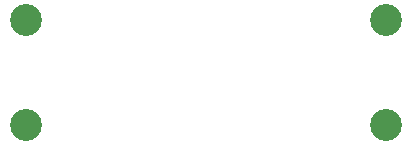
<source format=gbr>
%TF.GenerationSoftware,KiCad,Pcbnew,(6.0.5)*%
%TF.CreationDate,2022-05-15T18:57:47+01:00*%
%TF.ProjectId,adaptor,61646170-746f-4722-9e6b-696361645f70,rev?*%
%TF.SameCoordinates,Original*%
%TF.FileFunction,Soldermask,Bot*%
%TF.FilePolarity,Negative*%
%FSLAX46Y46*%
G04 Gerber Fmt 4.6, Leading zero omitted, Abs format (unit mm)*
G04 Created by KiCad (PCBNEW (6.0.5)) date 2022-05-15 18:57:47*
%MOMM*%
%LPD*%
G01*
G04 APERTURE LIST*
%ADD10C,2.700000*%
G04 APERTURE END LIST*
D10*
%TO.C,REF\u002A\u002A*%
X111506000Y-85156000D03*
%TD*%
%TO.C,REF\u002A\u002A*%
X141986000Y-76266000D03*
%TD*%
%TO.C,REF\u002A\u002A*%
X141986000Y-85156000D03*
%TD*%
%TO.C,REF\u002A\u002A*%
X111506000Y-76266000D03*
%TD*%
M02*

</source>
